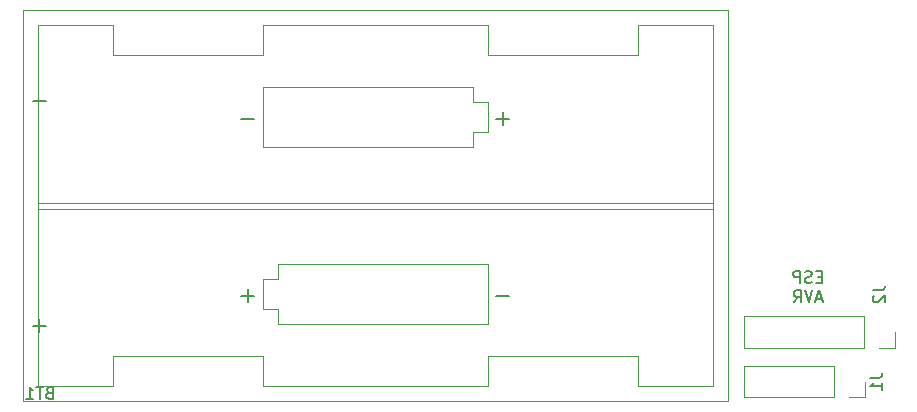
<source format=gbo>
G04 #@! TF.GenerationSoftware,KiCad,Pcbnew,5.1.2*
G04 #@! TF.CreationDate,2019-08-07T15:52:47+02:00*
G04 #@! TF.ProjectId,wifisensor-dual-cpu,77696669-7365-46e7-936f-722d6475616c,rev?*
G04 #@! TF.SameCoordinates,Original*
G04 #@! TF.FileFunction,Legend,Bot*
G04 #@! TF.FilePolarity,Positive*
%FSLAX46Y46*%
G04 Gerber Fmt 4.6, Leading zero omitted, Abs format (unit mm)*
G04 Created by KiCad (PCBNEW 5.1.2) date 2019-08-07 15:52:47*
%MOMM*%
%LPD*%
G04 APERTURE LIST*
%ADD10C,0.150000*%
%ADD11C,0.120000*%
G04 APERTURE END LIST*
D10*
X134190476Y-53103571D02*
X133857142Y-53103571D01*
X133714285Y-53627380D02*
X134190476Y-53627380D01*
X134190476Y-52627380D01*
X133714285Y-52627380D01*
X133333333Y-53579761D02*
X133190476Y-53627380D01*
X132952380Y-53627380D01*
X132857142Y-53579761D01*
X132809523Y-53532142D01*
X132761904Y-53436904D01*
X132761904Y-53341666D01*
X132809523Y-53246428D01*
X132857142Y-53198809D01*
X132952380Y-53151190D01*
X133142857Y-53103571D01*
X133238095Y-53055952D01*
X133285714Y-53008333D01*
X133333333Y-52913095D01*
X133333333Y-52817857D01*
X133285714Y-52722619D01*
X133238095Y-52675000D01*
X133142857Y-52627380D01*
X132904761Y-52627380D01*
X132761904Y-52675000D01*
X132333333Y-53627380D02*
X132333333Y-52627380D01*
X131952380Y-52627380D01*
X131857142Y-52675000D01*
X131809523Y-52722619D01*
X131761904Y-52817857D01*
X131761904Y-52960714D01*
X131809523Y-53055952D01*
X131857142Y-53103571D01*
X131952380Y-53151190D01*
X132333333Y-53151190D01*
X134166666Y-54991666D02*
X133690476Y-54991666D01*
X134261904Y-55277380D02*
X133928571Y-54277380D01*
X133595238Y-55277380D01*
X133404761Y-54277380D02*
X133071428Y-55277380D01*
X132738095Y-54277380D01*
X131833333Y-55277380D02*
X132166666Y-54801190D01*
X132404761Y-55277380D02*
X132404761Y-54277380D01*
X132023809Y-54277380D01*
X131928571Y-54325000D01*
X131880952Y-54372619D01*
X131833333Y-54467857D01*
X131833333Y-54610714D01*
X131880952Y-54705952D01*
X131928571Y-54753571D01*
X132023809Y-54801190D01*
X132404761Y-54801190D01*
D11*
X126235000Y-30555000D02*
X126235000Y-63675000D01*
X66525000Y-30555000D02*
X126235000Y-30555000D01*
X66525000Y-63675000D02*
X66525000Y-30555000D01*
X126235000Y-63675000D02*
X66525000Y-63675000D01*
X86840000Y-37080000D02*
X86840000Y-42160000D01*
X86840000Y-42160000D02*
X104620000Y-42160000D01*
X104620000Y-42160000D02*
X104620000Y-40890000D01*
X104620000Y-40890000D02*
X105890000Y-40890000D01*
X105890000Y-40890000D02*
X105890000Y-38350000D01*
X105890000Y-38350000D02*
X104620000Y-38350000D01*
X104620000Y-38350000D02*
X104620000Y-37080000D01*
X104620000Y-37080000D02*
X86840000Y-37080000D01*
X105890000Y-55880000D02*
X105890000Y-52070000D01*
X105890000Y-52070000D02*
X88110000Y-52070000D01*
X88110000Y-52070000D02*
X88110000Y-53340000D01*
X88110000Y-53340000D02*
X86840000Y-53340000D01*
X86840000Y-53340000D02*
X86840000Y-55880000D01*
X86840000Y-55880000D02*
X88110000Y-55880000D01*
X88110000Y-55880000D02*
X88110000Y-57150000D01*
X88110000Y-57150000D02*
X105890000Y-57150000D01*
X105890000Y-57150000D02*
X105890000Y-55880000D01*
X67795000Y-47369000D02*
X124965000Y-47369000D01*
X124965000Y-46861000D02*
X67795000Y-46861000D01*
X86840000Y-34365000D02*
X86840000Y-31825000D01*
X86840000Y-31825000D02*
X105890000Y-31825000D01*
X105890000Y-31825000D02*
X105890000Y-34365000D01*
X118590000Y-59865000D02*
X105890000Y-59865000D01*
X105890000Y-59865000D02*
X105890000Y-62405000D01*
X105890000Y-62405000D02*
X86840000Y-62405000D01*
X86840000Y-62405000D02*
X86840000Y-59865000D01*
X118590000Y-34365000D02*
X105890000Y-34365000D01*
X74140000Y-59865000D02*
X86840000Y-59865000D01*
X74140000Y-59865000D02*
X74140000Y-62405000D01*
X74140000Y-62405000D02*
X67795000Y-62405000D01*
X67795000Y-62405000D02*
X67795000Y-31825000D01*
X67795000Y-31825000D02*
X74140000Y-31825000D01*
X74140000Y-31825000D02*
X74140000Y-34365000D01*
X74140000Y-34365000D02*
X86840000Y-34365000D01*
X124965000Y-62405000D02*
X118590000Y-62405000D01*
X118590000Y-62405000D02*
X118590000Y-59865000D01*
X124965000Y-62405000D02*
X124965000Y-31825000D01*
X124965000Y-31825000D02*
X118590000Y-31825000D01*
X118590000Y-31825000D02*
X118590000Y-34365000D01*
X127575000Y-63330000D02*
X127575000Y-60670000D01*
X135255000Y-63330000D02*
X127575000Y-63330000D01*
X135255000Y-60670000D02*
X127575000Y-60670000D01*
X135255000Y-63330000D02*
X135255000Y-60670000D01*
X136525000Y-63330000D02*
X137855000Y-63330000D01*
X137855000Y-63330000D02*
X137855000Y-62000000D01*
X127575000Y-59115000D02*
X127575000Y-56455000D01*
X137795000Y-59115000D02*
X127575000Y-59115000D01*
X137795000Y-56455000D02*
X127575000Y-56455000D01*
X137795000Y-59115000D02*
X137795000Y-56455000D01*
X139065000Y-59115000D02*
X140395000Y-59115000D01*
X140395000Y-59115000D02*
X140395000Y-57785000D01*
D10*
X68785714Y-62928571D02*
X68642857Y-62976190D01*
X68595238Y-63023809D01*
X68547619Y-63119047D01*
X68547619Y-63261904D01*
X68595238Y-63357142D01*
X68642857Y-63404761D01*
X68738095Y-63452380D01*
X69119047Y-63452380D01*
X69119047Y-62452380D01*
X68785714Y-62452380D01*
X68690476Y-62500000D01*
X68642857Y-62547619D01*
X68595238Y-62642857D01*
X68595238Y-62738095D01*
X68642857Y-62833333D01*
X68690476Y-62880952D01*
X68785714Y-62928571D01*
X69119047Y-62928571D01*
X68261904Y-62452380D02*
X67690476Y-62452380D01*
X67976190Y-63452380D02*
X67976190Y-62452380D01*
X66833333Y-63452380D02*
X67404761Y-63452380D01*
X67119047Y-63452380D02*
X67119047Y-62452380D01*
X67214285Y-62595238D01*
X67309523Y-62690476D01*
X67404761Y-62738095D01*
X107731428Y-54717142D02*
X106588571Y-54717142D01*
X86141428Y-54717142D02*
X84998571Y-54717142D01*
X85570000Y-55288571D02*
X85570000Y-54145714D01*
X107731428Y-39727142D02*
X106588571Y-39727142D01*
X107160000Y-40298571D02*
X107160000Y-39155714D01*
X86141428Y-39727142D02*
X84998571Y-39727142D01*
X68516428Y-57257142D02*
X67373571Y-57257142D01*
X67945000Y-57828571D02*
X67945000Y-56685714D01*
X68516428Y-38207142D02*
X67373571Y-38207142D01*
X138307380Y-61666666D02*
X139021666Y-61666666D01*
X139164523Y-61619047D01*
X139259761Y-61523809D01*
X139307380Y-61380952D01*
X139307380Y-61285714D01*
X139307380Y-62666666D02*
X139307380Y-62095238D01*
X139307380Y-62380952D02*
X138307380Y-62380952D01*
X138450238Y-62285714D01*
X138545476Y-62190476D01*
X138593095Y-62095238D01*
X138517380Y-54276666D02*
X139231666Y-54276666D01*
X139374523Y-54229047D01*
X139469761Y-54133809D01*
X139517380Y-53990952D01*
X139517380Y-53895714D01*
X138612619Y-54705238D02*
X138565000Y-54752857D01*
X138517380Y-54848095D01*
X138517380Y-55086190D01*
X138565000Y-55181428D01*
X138612619Y-55229047D01*
X138707857Y-55276666D01*
X138803095Y-55276666D01*
X138945952Y-55229047D01*
X139517380Y-54657619D01*
X139517380Y-55276666D01*
M02*

</source>
